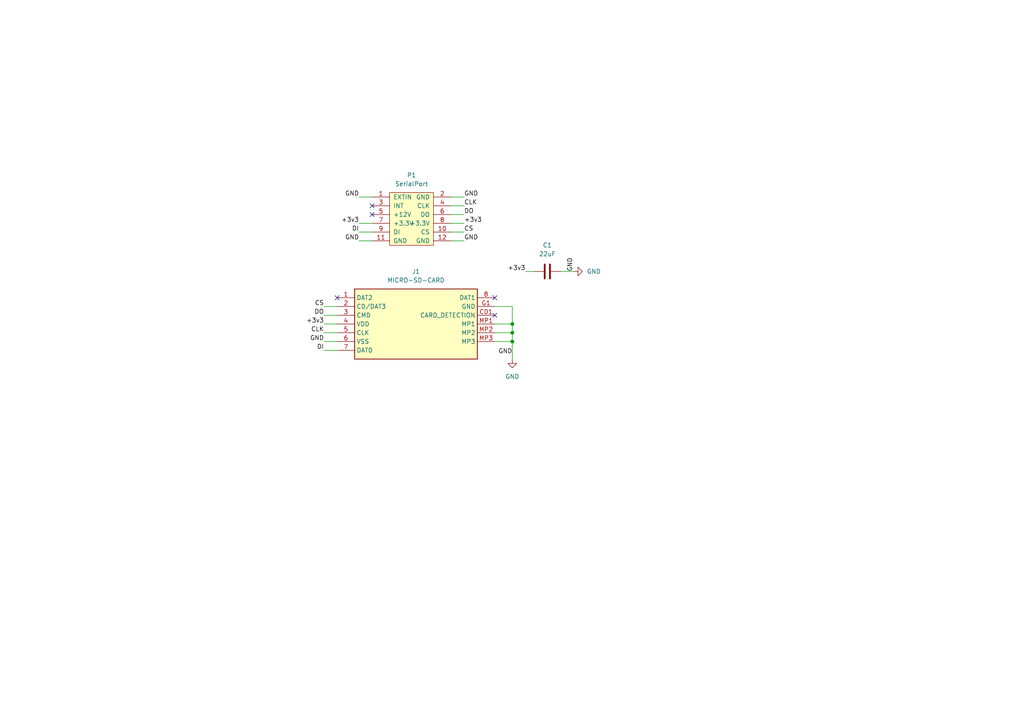
<source format=kicad_sch>
(kicad_sch
	(version 20231120)
	(generator "eeschema")
	(generator_version "8.0")
	(uuid "6f3c87ce-b268-47dd-8d5a-850ed2cb21d6")
	(paper "A4")
	(lib_symbols
		(symbol "Device:C"
			(pin_numbers hide)
			(pin_names
				(offset 0.254)
			)
			(exclude_from_sim no)
			(in_bom yes)
			(on_board yes)
			(property "Reference" "C"
				(at 0.635 2.54 0)
				(effects
					(font
						(size 1.27 1.27)
					)
					(justify left)
				)
			)
			(property "Value" "C"
				(at 0.635 -2.54 0)
				(effects
					(font
						(size 1.27 1.27)
					)
					(justify left)
				)
			)
			(property "Footprint" ""
				(at 0.9652 -3.81 0)
				(effects
					(font
						(size 1.27 1.27)
					)
					(hide yes)
				)
			)
			(property "Datasheet" "~"
				(at 0 0 0)
				(effects
					(font
						(size 1.27 1.27)
					)
					(hide yes)
				)
			)
			(property "Description" "Unpolarized capacitor"
				(at 0 0 0)
				(effects
					(font
						(size 1.27 1.27)
					)
					(hide yes)
				)
			)
			(property "ki_keywords" "cap capacitor"
				(at 0 0 0)
				(effects
					(font
						(size 1.27 1.27)
					)
					(hide yes)
				)
			)
			(property "ki_fp_filters" "C_*"
				(at 0 0 0)
				(effects
					(font
						(size 1.27 1.27)
					)
					(hide yes)
				)
			)
			(symbol "C_0_1"
				(polyline
					(pts
						(xy -2.032 -0.762) (xy 2.032 -0.762)
					)
					(stroke
						(width 0.508)
						(type default)
					)
					(fill
						(type none)
					)
				)
				(polyline
					(pts
						(xy -2.032 0.762) (xy 2.032 0.762)
					)
					(stroke
						(width 0.508)
						(type default)
					)
					(fill
						(type none)
					)
				)
			)
			(symbol "C_1_1"
				(pin passive line
					(at 0 3.81 270)
					(length 2.794)
					(name "~"
						(effects
							(font
								(size 1.27 1.27)
							)
						)
					)
					(number "1"
						(effects
							(font
								(size 1.27 1.27)
							)
						)
					)
				)
				(pin passive line
					(at 0 -3.81 90)
					(length 2.794)
					(name "~"
						(effects
							(font
								(size 1.27 1.27)
							)
						)
					)
					(number "2"
						(effects
							(font
								(size 1.27 1.27)
							)
						)
					)
				)
			)
		)
		(symbol "GCSP1:SerialPort"
			(pin_names
				(offset 1.016)
			)
			(exclude_from_sim no)
			(in_bom yes)
			(on_board yes)
			(property "Reference" "P1"
				(at 0 6.985 0)
				(effects
					(font
						(size 1.27 1.27)
					)
				)
			)
			(property "Value" "SerialPort"
				(at 0 4.6736 0)
				(effects
					(font
						(size 1.27 1.27)
					)
				)
			)
			(property "Footprint" "gc_sp1:SP1_FootPrint"
				(at 0 0 0)
				(effects
					(font
						(size 1.27 1.27)
					)
					(hide yes)
				)
			)
			(property "Datasheet" ""
				(at 0 0 0)
				(effects
					(font
						(size 1.27 1.27)
					)
					(hide yes)
				)
			)
			(property "Description" ""
				(at 0 0 0)
				(effects
					(font
						(size 1.27 1.27)
					)
					(hide yes)
				)
			)
			(symbol "SerialPort_0_1"
				(rectangle
					(start -6.35 2.54)
					(end 6.35 -12.7)
					(stroke
						(width 0)
						(type default)
					)
					(fill
						(type background)
					)
				)
			)
			(symbol "SerialPort_1_1"
				(pin bidirectional line
					(at -11.43 1.27 0)
					(length 5.08)
					(name "EXTIN"
						(effects
							(font
								(size 1.27 1.27)
							)
						)
					)
					(number "1"
						(effects
							(font
								(size 1.27 1.27)
							)
						)
					)
				)
				(pin bidirectional line
					(at 11.43 -8.89 180)
					(length 5.08)
					(name "CS"
						(effects
							(font
								(size 1.27 1.27)
							)
						)
					)
					(number "10"
						(effects
							(font
								(size 1.27 1.27)
							)
						)
					)
				)
				(pin bidirectional line
					(at -11.43 -11.43 0)
					(length 5.08)
					(name "GND"
						(effects
							(font
								(size 1.27 1.27)
							)
						)
					)
					(number "11"
						(effects
							(font
								(size 1.27 1.27)
							)
						)
					)
				)
				(pin bidirectional line
					(at 11.43 -11.43 180)
					(length 5.08)
					(name "GND"
						(effects
							(font
								(size 1.27 1.27)
							)
						)
					)
					(number "12"
						(effects
							(font
								(size 1.27 1.27)
							)
						)
					)
				)
				(pin bidirectional line
					(at 11.43 1.27 180)
					(length 5.08)
					(name "GND"
						(effects
							(font
								(size 1.27 1.27)
							)
						)
					)
					(number "2"
						(effects
							(font
								(size 1.27 1.27)
							)
						)
					)
				)
				(pin bidirectional line
					(at -11.43 -1.27 0)
					(length 5.08)
					(name "INT"
						(effects
							(font
								(size 1.27 1.27)
							)
						)
					)
					(number "3"
						(effects
							(font
								(size 1.27 1.27)
							)
						)
					)
				)
				(pin bidirectional line
					(at 11.43 -1.27 180)
					(length 5.08)
					(name "CLK"
						(effects
							(font
								(size 1.27 1.27)
							)
						)
					)
					(number "4"
						(effects
							(font
								(size 1.27 1.27)
							)
						)
					)
				)
				(pin bidirectional line
					(at -11.43 -3.81 0)
					(length 5.08)
					(name "+12V"
						(effects
							(font
								(size 1.27 1.27)
							)
						)
					)
					(number "5"
						(effects
							(font
								(size 1.27 1.27)
							)
						)
					)
				)
				(pin bidirectional line
					(at 11.43 -3.81 180)
					(length 5.08)
					(name "DO"
						(effects
							(font
								(size 1.27 1.27)
							)
						)
					)
					(number "6"
						(effects
							(font
								(size 1.27 1.27)
							)
						)
					)
				)
				(pin bidirectional line
					(at -11.43 -6.35 0)
					(length 5.08)
					(name "+3.3V"
						(effects
							(font
								(size 1.27 1.27)
							)
						)
					)
					(number "7"
						(effects
							(font
								(size 1.27 1.27)
							)
						)
					)
				)
				(pin bidirectional line
					(at 11.43 -6.35 180)
					(length 5.08)
					(name "+3.3V"
						(effects
							(font
								(size 1.27 1.27)
							)
						)
					)
					(number "8"
						(effects
							(font
								(size 1.27 1.27)
							)
						)
					)
				)
				(pin bidirectional line
					(at -11.43 -8.89 0)
					(length 5.08)
					(name "DI"
						(effects
							(font
								(size 1.27 1.27)
							)
						)
					)
					(number "9"
						(effects
							(font
								(size 1.27 1.27)
							)
						)
					)
				)
			)
		)
		(symbol "MICRO-SD-CARD:MICRO-SD-CARD"
			(exclude_from_sim no)
			(in_bom yes)
			(on_board yes)
			(property "Reference" "J"
				(at 41.91 7.62 0)
				(effects
					(font
						(size 1.27 1.27)
					)
					(justify left top)
				)
			)
			(property "Value" "MICRO-SD-CARD"
				(at 41.91 5.08 0)
				(effects
					(font
						(size 1.27 1.27)
					)
					(justify left top)
				)
			)
			(property "Footprint" "MICROSDCARD"
				(at 41.91 -94.92 0)
				(effects
					(font
						(size 1.27 1.27)
					)
					(justify left top)
					(hide yes)
				)
			)
			(property "Datasheet" "https://www.olimex.com/Products/Components/Connectors/MICRO-SD-CARD/resources/MICRO-SDCARD-1.jpg"
				(at 41.91 -194.92 0)
				(effects
					(font
						(size 1.27 1.27)
					)
					(justify left top)
					(hide yes)
				)
			)
			(property "Description" "Memory Card Connectors MICRO SD CARD CONNECTOR WITH PUSH PUSH EJECT ACTION"
				(at 0 0 0)
				(effects
					(font
						(size 1.27 1.27)
					)
					(hide yes)
				)
			)
			(property "Height" "2"
				(at 41.91 -394.92 0)
				(effects
					(font
						(size 1.27 1.27)
					)
					(justify left top)
					(hide yes)
				)
			)
			(property "Mouser Part Number" "909-MICRO-SD-CARD"
				(at 41.91 -494.92 0)
				(effects
					(font
						(size 1.27 1.27)
					)
					(justify left top)
					(hide yes)
				)
			)
			(property "Mouser Price/Stock" "https://www.mouser.co.uk/ProductDetail/Olimex-Ltd/MICRO-SD-CARD?qs=Rp5uXu7WBW8fXUZTWj6z0w%3D%3D"
				(at 41.91 -594.92 0)
				(effects
					(font
						(size 1.27 1.27)
					)
					(justify left top)
					(hide yes)
				)
			)
			(property "Manufacturer_Name" "Olimex Ltd."
				(at 41.91 -694.92 0)
				(effects
					(font
						(size 1.27 1.27)
					)
					(justify left top)
					(hide yes)
				)
			)
			(property "Manufacturer_Part_Number" "MICRO-SD-CARD"
				(at 41.91 -794.92 0)
				(effects
					(font
						(size 1.27 1.27)
					)
					(justify left top)
					(hide yes)
				)
			)
			(symbol "MICRO-SD-CARD_1_1"
				(rectangle
					(start 5.08 2.54)
					(end 40.64 -17.78)
					(stroke
						(width 0.254)
						(type default)
					)
					(fill
						(type background)
					)
				)
				(pin passive line
					(at 0 0 0)
					(length 5.08)
					(name "DAT2"
						(effects
							(font
								(size 1.27 1.27)
							)
						)
					)
					(number "1"
						(effects
							(font
								(size 1.27 1.27)
							)
						)
					)
				)
				(pin passive line
					(at 0 -2.54 0)
					(length 5.08)
					(name "CD/DAT3"
						(effects
							(font
								(size 1.27 1.27)
							)
						)
					)
					(number "2"
						(effects
							(font
								(size 1.27 1.27)
							)
						)
					)
				)
				(pin passive line
					(at 0 -5.08 0)
					(length 5.08)
					(name "CMD"
						(effects
							(font
								(size 1.27 1.27)
							)
						)
					)
					(number "3"
						(effects
							(font
								(size 1.27 1.27)
							)
						)
					)
				)
				(pin passive line
					(at 0 -7.62 0)
					(length 5.08)
					(name "VDD"
						(effects
							(font
								(size 1.27 1.27)
							)
						)
					)
					(number "4"
						(effects
							(font
								(size 1.27 1.27)
							)
						)
					)
				)
				(pin passive line
					(at 0 -10.16 0)
					(length 5.08)
					(name "CLK"
						(effects
							(font
								(size 1.27 1.27)
							)
						)
					)
					(number "5"
						(effects
							(font
								(size 1.27 1.27)
							)
						)
					)
				)
				(pin passive line
					(at 0 -12.7 0)
					(length 5.08)
					(name "VSS"
						(effects
							(font
								(size 1.27 1.27)
							)
						)
					)
					(number "6"
						(effects
							(font
								(size 1.27 1.27)
							)
						)
					)
				)
				(pin passive line
					(at 0 -15.24 0)
					(length 5.08)
					(name "DAT0"
						(effects
							(font
								(size 1.27 1.27)
							)
						)
					)
					(number "7"
						(effects
							(font
								(size 1.27 1.27)
							)
						)
					)
				)
				(pin passive line
					(at 45.72 0 180)
					(length 5.08)
					(name "DAT1"
						(effects
							(font
								(size 1.27 1.27)
							)
						)
					)
					(number "8"
						(effects
							(font
								(size 1.27 1.27)
							)
						)
					)
				)
				(pin passive line
					(at 45.72 -5.08 180)
					(length 5.08)
					(name "CARD_DETECTION"
						(effects
							(font
								(size 1.27 1.27)
							)
						)
					)
					(number "CD1"
						(effects
							(font
								(size 1.27 1.27)
							)
						)
					)
				)
				(pin passive line
					(at 45.72 -2.54 180)
					(length 5.08)
					(name "GND"
						(effects
							(font
								(size 1.27 1.27)
							)
						)
					)
					(number "G1"
						(effects
							(font
								(size 1.27 1.27)
							)
						)
					)
				)
				(pin passive line
					(at 45.72 -7.62 180)
					(length 5.08)
					(name "MP1"
						(effects
							(font
								(size 1.27 1.27)
							)
						)
					)
					(number "MP1"
						(effects
							(font
								(size 1.27 1.27)
							)
						)
					)
				)
				(pin passive line
					(at 45.72 -10.16 180)
					(length 5.08)
					(name "MP2"
						(effects
							(font
								(size 1.27 1.27)
							)
						)
					)
					(number "MP2"
						(effects
							(font
								(size 1.27 1.27)
							)
						)
					)
				)
				(pin passive line
					(at 45.72 -12.7 180)
					(length 5.08)
					(name "MP3"
						(effects
							(font
								(size 1.27 1.27)
							)
						)
					)
					(number "MP3"
						(effects
							(font
								(size 1.27 1.27)
							)
						)
					)
				)
			)
		)
		(symbol "power:GND"
			(power)
			(pin_names
				(offset 0)
			)
			(exclude_from_sim no)
			(in_bom yes)
			(on_board yes)
			(property "Reference" "#PWR"
				(at 0 -6.35 0)
				(effects
					(font
						(size 1.27 1.27)
					)
					(hide yes)
				)
			)
			(property "Value" "GND"
				(at 0 -3.81 0)
				(effects
					(font
						(size 1.27 1.27)
					)
				)
			)
			(property "Footprint" ""
				(at 0 0 0)
				(effects
					(font
						(size 1.27 1.27)
					)
					(hide yes)
				)
			)
			(property "Datasheet" ""
				(at 0 0 0)
				(effects
					(font
						(size 1.27 1.27)
					)
					(hide yes)
				)
			)
			(property "Description" "Power symbol creates a global label with name \"GND\" , ground"
				(at 0 0 0)
				(effects
					(font
						(size 1.27 1.27)
					)
					(hide yes)
				)
			)
			(property "ki_keywords" "global power"
				(at 0 0 0)
				(effects
					(font
						(size 1.27 1.27)
					)
					(hide yes)
				)
			)
			(symbol "GND_0_1"
				(polyline
					(pts
						(xy 0 0) (xy 0 -1.27) (xy 1.27 -1.27) (xy 0 -2.54) (xy -1.27 -1.27) (xy 0 -1.27)
					)
					(stroke
						(width 0)
						(type default)
					)
					(fill
						(type none)
					)
				)
			)
			(symbol "GND_1_1"
				(pin power_in line
					(at 0 0 270)
					(length 0) hide
					(name "GND"
						(effects
							(font
								(size 1.27 1.27)
							)
						)
					)
					(number "1"
						(effects
							(font
								(size 1.27 1.27)
							)
						)
					)
				)
			)
		)
	)
	(junction
		(at 148.59 93.98)
		(diameter 0)
		(color 0 0 0 0)
		(uuid "46851a1d-5761-48bd-a0be-6f70469acfb6")
	)
	(junction
		(at 148.59 99.06)
		(diameter 0)
		(color 0 0 0 0)
		(uuid "4dd48f61-5cc3-4e19-af74-924a448847a2")
	)
	(junction
		(at 148.59 96.52)
		(diameter 0)
		(color 0 0 0 0)
		(uuid "ce003870-18e1-43d5-983f-19591f3de2af")
	)
	(no_connect
		(at 107.95 59.69)
		(uuid "08dea26e-4546-4b16-90be-a25566cae1c6")
	)
	(no_connect
		(at 143.51 86.36)
		(uuid "27944275-50cc-4670-b1f9-43d16aa56a07")
	)
	(no_connect
		(at 107.95 62.23)
		(uuid "32f38859-cfe5-4b44-9b7b-ea05fa049948")
	)
	(no_connect
		(at 97.79 86.36)
		(uuid "a5cb6417-ecad-41d1-9b86-107896506f6a")
	)
	(no_connect
		(at 143.51 91.44)
		(uuid "bb5fd944-fa02-4b29-bbab-ab60b1e92bfb")
	)
	(wire
		(pts
			(xy 148.59 96.52) (xy 148.59 93.98)
		)
		(stroke
			(width 0)
			(type default)
		)
		(uuid "14763aff-4d27-4965-9fb1-ee7c1729c096")
	)
	(wire
		(pts
			(xy 93.98 101.6) (xy 97.79 101.6)
		)
		(stroke
			(width 0)
			(type default)
		)
		(uuid "2351f72e-0e41-4ae1-a7e1-437829de671f")
	)
	(wire
		(pts
			(xy 152.4 78.74) (xy 154.94 78.74)
		)
		(stroke
			(width 0)
			(type default)
		)
		(uuid "251c8905-4930-4510-9619-27936eda5610")
	)
	(wire
		(pts
			(xy 93.98 91.44) (xy 97.79 91.44)
		)
		(stroke
			(width 0)
			(type default)
		)
		(uuid "28b32623-ed0f-4928-8747-b39d8ad9afb2")
	)
	(wire
		(pts
			(xy 148.59 99.06) (xy 148.59 96.52)
		)
		(stroke
			(width 0)
			(type default)
		)
		(uuid "2e599c3c-620c-400b-b0b8-325aca8df636")
	)
	(wire
		(pts
			(xy 104.14 69.85) (xy 107.95 69.85)
		)
		(stroke
			(width 0)
			(type default)
		)
		(uuid "34b8a224-b01d-460b-8aa3-6af79f487b6c")
	)
	(wire
		(pts
			(xy 93.98 99.06) (xy 97.79 99.06)
		)
		(stroke
			(width 0)
			(type default)
		)
		(uuid "35322f43-1923-4b5c-becd-6db7721d652c")
	)
	(wire
		(pts
			(xy 143.51 96.52) (xy 148.59 96.52)
		)
		(stroke
			(width 0)
			(type default)
		)
		(uuid "38aff087-d6d0-4f78-bf93-78cee85e7c7b")
	)
	(wire
		(pts
			(xy 104.14 64.77) (xy 107.95 64.77)
		)
		(stroke
			(width 0)
			(type default)
		)
		(uuid "3a21d67d-8ed6-40c0-8997-8871c5b0b755")
	)
	(wire
		(pts
			(xy 130.81 59.69) (xy 134.62 59.69)
		)
		(stroke
			(width 0)
			(type default)
		)
		(uuid "4560a4b5-0e0b-4b6e-95d9-fc3b33db48b4")
	)
	(wire
		(pts
			(xy 148.59 99.06) (xy 148.59 104.14)
		)
		(stroke
			(width 0)
			(type default)
		)
		(uuid "7cf5620b-f1fd-491b-a3d3-307a43cb9f1b")
	)
	(wire
		(pts
			(xy 130.81 69.85) (xy 134.62 69.85)
		)
		(stroke
			(width 0)
			(type default)
		)
		(uuid "826b6569-90d7-4489-8a62-f675adbe68f3")
	)
	(wire
		(pts
			(xy 143.51 93.98) (xy 148.59 93.98)
		)
		(stroke
			(width 0)
			(type default)
		)
		(uuid "8c0b46a9-8fde-495a-80ba-d4137502f69a")
	)
	(wire
		(pts
			(xy 93.98 96.52) (xy 97.79 96.52)
		)
		(stroke
			(width 0)
			(type default)
		)
		(uuid "982ba6b5-03be-4555-a4e6-b28a8ae01046")
	)
	(wire
		(pts
			(xy 130.81 57.15) (xy 134.62 57.15)
		)
		(stroke
			(width 0)
			(type default)
		)
		(uuid "9891f38b-e53d-4cd7-8d45-7ed19162f7ac")
	)
	(wire
		(pts
			(xy 93.98 88.9) (xy 97.79 88.9)
		)
		(stroke
			(width 0)
			(type default)
		)
		(uuid "ad0bbf2c-21af-45be-ac80-0c34f95bb4fb")
	)
	(wire
		(pts
			(xy 148.59 93.98) (xy 148.59 88.9)
		)
		(stroke
			(width 0)
			(type default)
		)
		(uuid "aeda6548-c2ad-4d52-a1d8-c6fce5d1cb85")
	)
	(wire
		(pts
			(xy 143.51 88.9) (xy 148.59 88.9)
		)
		(stroke
			(width 0)
			(type default)
		)
		(uuid "b72b126d-0030-4d4f-a8c4-705c88b27854")
	)
	(wire
		(pts
			(xy 130.81 67.31) (xy 134.62 67.31)
		)
		(stroke
			(width 0)
			(type default)
		)
		(uuid "bb3df193-9637-4ffe-8bfc-c8396155bb3e")
	)
	(wire
		(pts
			(xy 143.51 99.06) (xy 148.59 99.06)
		)
		(stroke
			(width 0)
			(type default)
		)
		(uuid "dac62fde-3d02-4057-9c60-f13b50e0e1bd")
	)
	(wire
		(pts
			(xy 104.14 67.31) (xy 107.95 67.31)
		)
		(stroke
			(width 0)
			(type default)
		)
		(uuid "de73afd0-c159-45a1-a670-66635750d0c9")
	)
	(wire
		(pts
			(xy 166.37 78.74) (xy 162.56 78.74)
		)
		(stroke
			(width 0)
			(type default)
		)
		(uuid "def57f1a-f4cf-4a4e-a28d-a43673e5abd3")
	)
	(wire
		(pts
			(xy 130.81 64.77) (xy 134.62 64.77)
		)
		(stroke
			(width 0)
			(type default)
		)
		(uuid "ec78b0b9-c221-4db2-9d79-b658ec0db4b2")
	)
	(wire
		(pts
			(xy 93.98 93.98) (xy 97.79 93.98)
		)
		(stroke
			(width 0)
			(type default)
		)
		(uuid "eeca2bbf-6fa5-45de-8644-0c9cc12ffe2c")
	)
	(wire
		(pts
			(xy 130.81 62.23) (xy 134.62 62.23)
		)
		(stroke
			(width 0)
			(type default)
		)
		(uuid "f633a8e9-3779-47b6-ac26-8fe47fc79620")
	)
	(wire
		(pts
			(xy 104.14 57.15) (xy 107.95 57.15)
		)
		(stroke
			(width 0)
			(type default)
		)
		(uuid "fbe45d2c-ecf2-4934-bbf0-860ddc210c73")
	)
	(label "DI"
		(at 93.98 101.6 180)
		(fields_autoplaced yes)
		(effects
			(font
				(size 1.27 1.27)
			)
			(justify right bottom)
		)
		(uuid "154c0aa1-9f44-4a0a-91e2-40a2b12f9826")
	)
	(label "GND"
		(at 134.62 69.85 0)
		(fields_autoplaced yes)
		(effects
			(font
				(size 1.27 1.27)
			)
			(justify left bottom)
		)
		(uuid "20d21d63-9e0e-41e9-b619-682acf769caf")
	)
	(label "CLK"
		(at 93.98 96.52 180)
		(fields_autoplaced yes)
		(effects
			(font
				(size 1.27 1.27)
			)
			(justify right bottom)
		)
		(uuid "39f8efbf-ef4f-4279-85e1-3aa10eef8f59")
	)
	(label "DO"
		(at 134.62 62.23 0)
		(fields_autoplaced yes)
		(effects
			(font
				(size 1.27 1.27)
			)
			(justify left bottom)
		)
		(uuid "3e60c926-ef1c-4c24-9cec-535ab85993fb")
	)
	(label "GND"
		(at 104.14 57.15 180)
		(fields_autoplaced yes)
		(effects
			(font
				(size 1.27 1.27)
			)
			(justify right bottom)
		)
		(uuid "561e9c30-66e3-4eb1-a48e-e64f8dbb9bcd")
	)
	(label "GND"
		(at 148.59 102.87 180)
		(fields_autoplaced yes)
		(effects
			(font
				(size 1.27 1.27)
			)
			(justify right bottom)
		)
		(uuid "578fc4a0-5c3e-4d32-8e8f-d9f6123e1a4d")
	)
	(label "+3v3"
		(at 93.98 93.98 180)
		(fields_autoplaced yes)
		(effects
			(font
				(size 1.27 1.27)
			)
			(justify right bottom)
		)
		(uuid "5b742b6c-e9cc-4a31-a117-9946ecc919c8")
	)
	(label "GND"
		(at 134.62 57.15 0)
		(fields_autoplaced yes)
		(effects
			(font
				(size 1.27 1.27)
			)
			(justify left bottom)
		)
		(uuid "67cb7e50-54aa-4e41-b22c-2c6e64f41160")
	)
	(label "GND"
		(at 93.98 99.06 180)
		(fields_autoplaced yes)
		(effects
			(font
				(size 1.27 1.27)
			)
			(justify right bottom)
		)
		(uuid "698103c5-f063-4804-a1e0-897df18d7cb6")
	)
	(label "GND"
		(at 104.14 69.85 180)
		(fields_autoplaced yes)
		(effects
			(font
				(size 1.27 1.27)
			)
			(justify right bottom)
		)
		(uuid "78745675-5bf8-47a1-9f8d-42264fdd1abc")
	)
	(label "+3v3"
		(at 134.62 64.77 0)
		(fields_autoplaced yes)
		(effects
			(font
				(size 1.27 1.27)
			)
			(justify left bottom)
		)
		(uuid "7c26c7c7-3147-42b9-a398-49ccfbabdf42")
	)
	(label "DI"
		(at 104.14 67.31 180)
		(fields_autoplaced yes)
		(effects
			(font
				(size 1.27 1.27)
			)
			(justify right bottom)
		)
		(uuid "817574b7-941c-4b04-a755-b424fbae52e4")
	)
	(label "CS"
		(at 93.98 88.9 180)
		(fields_autoplaced yes)
		(effects
			(font
				(size 1.27 1.27)
			)
			(justify right bottom)
		)
		(uuid "8f65fef5-40ce-4e59-bd88-5a7eb1062799")
	)
	(label "GND"
		(at 166.37 78.74 90)
		(fields_autoplaced yes)
		(effects
			(font
				(size 1.27 1.27)
			)
			(justify left bottom)
		)
		(uuid "98b5e545-e279-4ecd-a53e-54a7243c29de")
	)
	(label "+3v3"
		(at 104.14 64.77 180)
		(fields_autoplaced yes)
		(effects
			(font
				(size 1.27 1.27)
			)
			(justify right bottom)
		)
		(uuid "9da2e30e-ba92-4059-8217-187d58a1cb5a")
	)
	(label "DO"
		(at 93.98 91.44 180)
		(fields_autoplaced yes)
		(effects
			(font
				(size 1.27 1.27)
			)
			(justify right bottom)
		)
		(uuid "bac03164-d703-4548-b58a-ca778fc5c63b")
	)
	(label "CS"
		(at 134.62 67.31 0)
		(fields_autoplaced yes)
		(effects
			(font
				(size 1.27 1.27)
			)
			(justify left bottom)
		)
		(uuid "bcce4925-72d2-43bc-b985-a27af1dfc8ba")
	)
	(label "CLK"
		(at 134.62 59.69 0)
		(fields_autoplaced yes)
		(effects
			(font
				(size 1.27 1.27)
			)
			(justify left bottom)
		)
		(uuid "cbb075f6-c988-4e7a-b197-f639eee3f43f")
	)
	(label "+3v3"
		(at 152.4 78.74 180)
		(fields_autoplaced yes)
		(effects
			(font
				(size 1.27 1.27)
			)
			(justify right bottom)
		)
		(uuid "f339f552-42d4-4321-953f-e7b8ad48c53a")
	)
	(symbol
		(lib_id "power:GND")
		(at 166.37 78.74 90)
		(unit 1)
		(exclude_from_sim no)
		(in_bom yes)
		(on_board yes)
		(dnp no)
		(fields_autoplaced yes)
		(uuid "0cfe24ee-ec6c-449d-89a0-f9e75ccdae2a")
		(property "Reference" "#PWR02"
			(at 172.72 78.74 0)
			(effects
				(font
					(size 1.27 1.27)
				)
				(hide yes)
			)
		)
		(property "Value" "GND"
			(at 170.18 78.7399 90)
			(effects
				(font
					(size 1.27 1.27)
				)
				(justify right)
			)
		)
		(property "Footprint" ""
			(at 166.37 78.74 0)
			(effects
				(font
					(size 1.27 1.27)
				)
				(hide yes)
			)
		)
		(property "Datasheet" ""
			(at 166.37 78.74 0)
			(effects
				(font
					(size 1.27 1.27)
				)
				(hide yes)
			)
		)
		(property "Description" ""
			(at 166.37 78.74 0)
			(effects
				(font
					(size 1.27 1.27)
				)
				(hide yes)
			)
		)
		(pin "1"
			(uuid "c938eaea-a348-4f92-9cc5-db5218149f17")
		)
		(instances
			(project "SD2SP1"
				(path "/6f3c87ce-b268-47dd-8d5a-850ed2cb21d6"
					(reference "#PWR02")
					(unit 1)
				)
			)
		)
	)
	(symbol
		(lib_id "power:GND")
		(at 148.59 104.14 0)
		(mirror y)
		(unit 1)
		(exclude_from_sim no)
		(in_bom yes)
		(on_board yes)
		(dnp no)
		(uuid "465c9bde-622e-4998-b19b-cbc70c7bd7f1")
		(property "Reference" "#PWR01"
			(at 148.59 110.49 0)
			(effects
				(font
					(size 1.27 1.27)
				)
				(hide yes)
			)
		)
		(property "Value" "GND"
			(at 148.59 109.22 0)
			(effects
				(font
					(size 1.27 1.27)
				)
			)
		)
		(property "Footprint" ""
			(at 148.59 104.14 0)
			(effects
				(font
					(size 1.27 1.27)
				)
				(hide yes)
			)
		)
		(property "Datasheet" ""
			(at 148.59 104.14 0)
			(effects
				(font
					(size 1.27 1.27)
				)
				(hide yes)
			)
		)
		(property "Description" ""
			(at 148.59 104.14 0)
			(effects
				(font
					(size 1.27 1.27)
				)
				(hide yes)
			)
		)
		(pin "1"
			(uuid "1b282b92-cb32-4261-93ca-59287777d368")
		)
		(instances
			(project "SD2SP1"
				(path "/6f3c87ce-b268-47dd-8d5a-850ed2cb21d6"
					(reference "#PWR01")
					(unit 1)
				)
			)
		)
	)
	(symbol
		(lib_id "MICRO-SD-CARD:MICRO-SD-CARD")
		(at 97.79 86.36 0)
		(unit 1)
		(exclude_from_sim no)
		(in_bom yes)
		(on_board yes)
		(dnp no)
		(uuid "7eeacee8-f0c9-456a-bf22-75bd27240a88")
		(property "Reference" "J1"
			(at 120.65 78.74 0)
			(effects
				(font
					(size 1.27 1.27)
				)
			)
		)
		(property "Value" "MICRO-SD-CARD"
			(at 120.65 81.28 0)
			(effects
				(font
					(size 1.27 1.27)
				)
			)
		)
		(property "Footprint" "MICROSDCARD_Library:MICROSDCARD"
			(at 139.7 181.28 0)
			(effects
				(font
					(size 1.27 1.27)
				)
				(justify left top)
				(hide yes)
			)
		)
		(property "Datasheet" "https://www.olimex.com/Products/Components/Connectors/MICRO-SD-CARD/resources/MICRO-SDCARD-1.jpg"
			(at 139.7 281.28 0)
			(effects
				(font
					(size 1.27 1.27)
				)
				(justify left top)
				(hide yes)
			)
		)
		(property "Description" ""
			(at 97.79 86.36 0)
			(effects
				(font
					(size 1.27 1.27)
				)
				(hide yes)
			)
		)
		(property "Height" "2"
			(at 139.7 481.28 0)
			(effects
				(font
					(size 1.27 1.27)
				)
				(justify left top)
				(hide yes)
			)
		)
		(property "Mouser Part Number" "909-MICRO-SD-CARD"
			(at 139.7 581.28 0)
			(effects
				(font
					(size 1.27 1.27)
				)
				(justify left top)
				(hide yes)
			)
		)
		(property "Mouser Price/Stock" "https://www.mouser.co.uk/ProductDetail/Olimex-Ltd/MICRO-SD-CARD?qs=Rp5uXu7WBW8fXUZTWj6z0w%3D%3D"
			(at 139.7 681.28 0)
			(effects
				(font
					(size 1.27 1.27)
				)
				(justify left top)
				(hide yes)
			)
		)
		(property "Manufacturer_Name" "Olimex Ltd."
			(at 139.7 781.28 0)
			(effects
				(font
					(size 1.27 1.27)
				)
				(justify left top)
				(hide yes)
			)
		)
		(property "Manufacturer_Part_Number" "MICRO-SD-CARD"
			(at 139.7 881.28 0)
			(effects
				(font
					(size 1.27 1.27)
				)
				(justify left top)
				(hide yes)
			)
		)
		(pin "1"
			(uuid "917fab6a-cfa6-4254-8dc3-3f96da5b55af")
		)
		(pin "2"
			(uuid "67133ce3-659a-4787-8877-202f4cbc3955")
		)
		(pin "3"
			(uuid "665c3e41-4f32-487b-bb91-01340b8695a4")
		)
		(pin "4"
			(uuid "d330add7-1fa8-4de4-b7ab-d6e536d51682")
		)
		(pin "5"
			(uuid "b6528407-e5b5-4192-a90d-0ed392638108")
		)
		(pin "6"
			(uuid "a959917a-db88-4e79-813a-a73d1f43fa54")
		)
		(pin "7"
			(uuid "27a9f868-9c83-4aef-a9c3-48f8d98d497e")
		)
		(pin "8"
			(uuid "3a5ab9cc-578f-49ec-a03c-aaea6c67c218")
		)
		(pin "CD1"
			(uuid "9d63b2a2-c539-45e7-98b0-17593a1379a9")
		)
		(pin "G1"
			(uuid "ba6d896f-3503-4253-8752-eb6767e7a110")
		)
		(pin "MP1"
			(uuid "a4c0f5d0-54e8-42db-95a2-6d012e25ea0f")
		)
		(pin "MP2"
			(uuid "837cf5da-e936-45da-a0c8-f2815c3ebe0d")
		)
		(pin "MP3"
			(uuid "904084cd-17e6-4ef1-bf2b-70ec602480bf")
		)
		(instances
			(project "SD2SP1"
				(path "/6f3c87ce-b268-47dd-8d5a-850ed2cb21d6"
					(reference "J1")
					(unit 1)
				)
			)
		)
	)
	(symbol
		(lib_id "GCSP1:SerialPort")
		(at 119.38 58.42 0)
		(unit 1)
		(exclude_from_sim no)
		(in_bom yes)
		(on_board yes)
		(dnp no)
		(fields_autoplaced yes)
		(uuid "aa26772d-20d3-4329-a01b-301c30df86ca")
		(property "Reference" "P1"
			(at 119.38 50.8 0)
			(effects
				(font
					(size 1.27 1.27)
				)
			)
		)
		(property "Value" "SerialPort"
			(at 119.38 53.34 0)
			(effects
				(font
					(size 1.27 1.27)
				)
			)
		)
		(property "Footprint" "GCSP1_Library:SP1_FootPrint"
			(at 119.38 58.42 0)
			(effects
				(font
					(size 1.27 1.27)
				)
				(hide yes)
			)
		)
		(property "Datasheet" ""
			(at 119.38 58.42 0)
			(effects
				(font
					(size 1.27 1.27)
				)
				(hide yes)
			)
		)
		(property "Description" ""
			(at 119.38 58.42 0)
			(effects
				(font
					(size 1.27 1.27)
				)
				(hide yes)
			)
		)
		(pin "12"
			(uuid "85042d1f-27c9-460e-bb6e-1a9021a7ab60")
		)
		(pin "9"
			(uuid "da9f5429-a702-4ff7-8549-435d443e7609")
		)
		(pin "7"
			(uuid "dd084abe-d790-42de-9719-afe6bcd888ed")
		)
		(pin "6"
			(uuid "1b7af92d-2b5f-4370-aac8-0967ab99f615")
		)
		(pin "1"
			(uuid "392ca83f-b31f-4783-b7cb-216bac2e83af")
		)
		(pin "11"
			(uuid "30cd4ba5-691a-4e86-a3bf-532ebc094248")
		)
		(pin "8"
			(uuid "0a5aaf3a-432c-4c84-aed9-3b496f1e4b5f")
		)
		(pin "10"
			(uuid "ed95c7c1-d6e3-4d80-a43b-5c232a367d0d")
		)
		(pin "2"
			(uuid "02101d95-2917-4089-a904-20ea545daa4a")
		)
		(pin "4"
			(uuid "12d70d46-179a-4e3d-9580-a28c36647dbe")
		)
		(pin "3"
			(uuid "44894a70-174b-4f0b-ba02-e516a10e93d1")
		)
		(pin "5"
			(uuid "fefee21d-ed80-405e-96d1-d326e4582e61")
		)
		(instances
			(project ""
				(path "/6f3c87ce-b268-47dd-8d5a-850ed2cb21d6"
					(reference "P1")
					(unit 1)
				)
			)
		)
	)
	(symbol
		(lib_id "Device:C")
		(at 158.75 78.74 90)
		(unit 1)
		(exclude_from_sim no)
		(in_bom yes)
		(on_board yes)
		(dnp no)
		(fields_autoplaced yes)
		(uuid "ac2724b5-eab3-422c-896d-8b374ccb7e4b")
		(property "Reference" "C1"
			(at 158.75 71.12 90)
			(effects
				(font
					(size 1.27 1.27)
				)
			)
		)
		(property "Value" "22uF"
			(at 158.75 73.66 90)
			(effects
				(font
					(size 1.27 1.27)
				)
			)
		)
		(property "Footprint" "Capacitor_SMD:C_0402_1005Metric_Pad0.74x0.62mm_HandSolder"
			(at 162.56 77.7748 0)
			(effects
				(font
					(size 1.27 1.27)
				)
				(hide yes)
			)
		)
		(property "Datasheet" "~"
			(at 158.75 78.74 0)
			(effects
				(font
					(size 1.27 1.27)
				)
				(hide yes)
			)
		)
		(property "Description" ""
			(at 158.75 78.74 0)
			(effects
				(font
					(size 1.27 1.27)
				)
				(hide yes)
			)
		)
		(pin "1"
			(uuid "a0abd86c-4ffb-4fce-89b0-04dc1ba3aedc")
		)
		(pin "2"
			(uuid "15c77a69-4062-4ddb-a419-4f225d6fb130")
		)
		(instances
			(project "SD2SP1"
				(path "/6f3c87ce-b268-47dd-8d5a-850ed2cb21d6"
					(reference "C1")
					(unit 1)
				)
			)
		)
	)
	(sheet_instances
		(path "/"
			(page "1")
		)
	)
)

</source>
